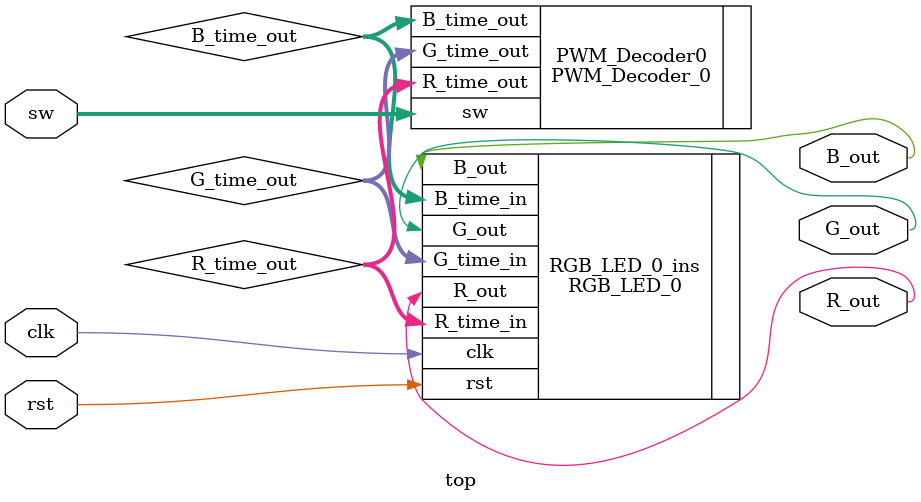
<source format=v>
module top(output R_out,
           output G_out,
           output B_out,
           input [1:0] sw,
           input rst,
           input clk);

//----------Variables----------//
wire [7:0] R_time_out;
wire [7:0] G_time_out;
wire [7:0] B_time_out;

//----------Module instances----------//
PWM_Decoder_0 PWM_Decoder0(.sw(sw), .R_time_out(R_time_out), .G_time_out(G_time_out), .B_time_out(B_time_out));
RGB_LED_0 RGB_LED_0_ins(.clk(clk), .rst(rst), .R_time_in(R_time_out), .G_time_in(G_time_out), .B_time_in(B_time_out),
              .R_out(R_out), .G_out(G_out), .B_out(B_out));
 endmodule
</source>
